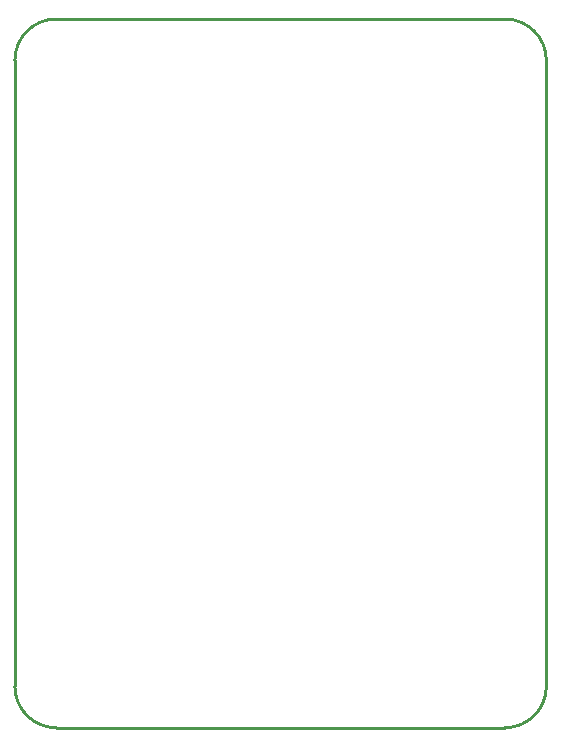
<source format=gbr>
%TF.GenerationSoftware,KiCad,Pcbnew,(5.1.8)-1*%
%TF.CreationDate,2020-12-28T19:23:03-06:00*%
%TF.ProjectId,Reaction Time Game,52656163-7469-46f6-9e20-54696d652047,rev?*%
%TF.SameCoordinates,Original*%
%TF.FileFunction,Profile,NP*%
%FSLAX46Y46*%
G04 Gerber Fmt 4.6, Leading zero omitted, Abs format (unit mm)*
G04 Created by KiCad (PCBNEW (5.1.8)-1) date 2020-12-28 19:23:03*
%MOMM*%
%LPD*%
G01*
G04 APERTURE LIST*
%TA.AperFunction,Profile*%
%ADD10C,0.254000*%
%TD*%
G04 APERTURE END LIST*
D10*
X122500000Y-73500000D02*
X122500000Y-126500000D01*
X77500000Y-126500000D02*
X77500000Y-73500000D01*
X81000000Y-130000000D02*
X119000000Y-130000000D01*
X81000000Y-70000000D02*
X119000000Y-70000000D01*
X122500000Y-126500000D02*
G75*
G02*
X119000000Y-130000000I-3500000J0D01*
G01*
X81000000Y-130000000D02*
G75*
G02*
X77500000Y-126500000I0J3500000D01*
G01*
X119000000Y-70000000D02*
G75*
G02*
X122500000Y-73500000I0J-3500000D01*
G01*
X77500000Y-73500000D02*
G75*
G02*
X81000000Y-70000000I3500000J0D01*
G01*
M02*

</source>
